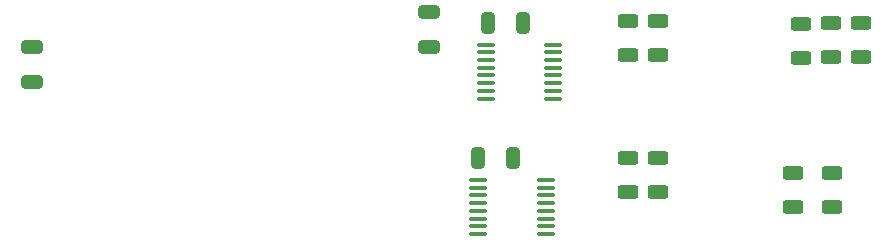
<source format=gbr>
%TF.GenerationSoftware,KiCad,Pcbnew,7.0.8-7.0.8~ubuntu20.04.1*%
%TF.CreationDate,2023-10-10T13:21:00+02:00*%
%TF.ProjectId,alarmclock,616c6172-6d63-46c6-9f63-6b2e6b696361,rev?*%
%TF.SameCoordinates,Original*%
%TF.FileFunction,Paste,Bot*%
%TF.FilePolarity,Positive*%
%FSLAX46Y46*%
G04 Gerber Fmt 4.6, Leading zero omitted, Abs format (unit mm)*
G04 Created by KiCad (PCBNEW 7.0.8-7.0.8~ubuntu20.04.1) date 2023-10-10 13:21:00*
%MOMM*%
%LPD*%
G01*
G04 APERTURE LIST*
G04 Aperture macros list*
%AMRoundRect*
0 Rectangle with rounded corners*
0 $1 Rounding radius*
0 $2 $3 $4 $5 $6 $7 $8 $9 X,Y pos of 4 corners*
0 Add a 4 corners polygon primitive as box body*
4,1,4,$2,$3,$4,$5,$6,$7,$8,$9,$2,$3,0*
0 Add four circle primitives for the rounded corners*
1,1,$1+$1,$2,$3*
1,1,$1+$1,$4,$5*
1,1,$1+$1,$6,$7*
1,1,$1+$1,$8,$9*
0 Add four rect primitives between the rounded corners*
20,1,$1+$1,$2,$3,$4,$5,0*
20,1,$1+$1,$4,$5,$6,$7,0*
20,1,$1+$1,$6,$7,$8,$9,0*
20,1,$1+$1,$8,$9,$2,$3,0*%
G04 Aperture macros list end*
%ADD10RoundRect,0.250000X-0.625000X0.312500X-0.625000X-0.312500X0.625000X-0.312500X0.625000X0.312500X0*%
%ADD11RoundRect,0.250000X-0.325000X-0.650000X0.325000X-0.650000X0.325000X0.650000X-0.325000X0.650000X0*%
%ADD12RoundRect,0.100000X0.637500X0.100000X-0.637500X0.100000X-0.637500X-0.100000X0.637500X-0.100000X0*%
%ADD13RoundRect,0.250000X0.650000X-0.325000X0.650000X0.325000X-0.650000X0.325000X-0.650000X-0.325000X0*%
%ADD14RoundRect,0.250000X-0.650000X0.325000X-0.650000X-0.325000X0.650000X-0.325000X0.650000X0.325000X0*%
G04 APERTURE END LIST*
D10*
%TO.C,R10*%
X130485000Y-86210000D03*
X130485000Y-89135000D03*
%TD*%
D11*
%TO.C,C3*%
X101510000Y-86210000D03*
X104460000Y-86210000D03*
%TD*%
D12*
%TO.C,U2*%
X107000000Y-88070000D03*
X107000000Y-88720000D03*
X107000000Y-89370000D03*
X107000000Y-90020000D03*
X107000000Y-90670000D03*
X107000000Y-91320000D03*
X107000000Y-91970000D03*
X107000000Y-92620000D03*
X101275000Y-92620000D03*
X101275000Y-91970000D03*
X101275000Y-91320000D03*
X101275000Y-90670000D03*
X101275000Y-90020000D03*
X101275000Y-89370000D03*
X101275000Y-88720000D03*
X101275000Y-88070000D03*
%TD*%
D10*
%TO.C,R4*%
X115890000Y-86017500D03*
X115890000Y-88942500D03*
%TD*%
%TO.C,R18*%
X130610000Y-98910000D03*
X130610000Y-101835000D03*
%TD*%
%TO.C,R12*%
X115890000Y-97640000D03*
X115890000Y-100565000D03*
%TD*%
D13*
%TO.C,C1*%
X96520000Y-88265000D03*
X96520000Y-85315000D03*
%TD*%
D10*
%TO.C,R17*%
X127320000Y-98910000D03*
X127320000Y-101835000D03*
%TD*%
D12*
%TO.C,U3*%
X106375000Y-99530000D03*
X106375000Y-100180000D03*
X106375000Y-100830000D03*
X106375000Y-101480000D03*
X106375000Y-102130000D03*
X106375000Y-102780000D03*
X106375000Y-103430000D03*
X106375000Y-104080000D03*
X100650000Y-104080000D03*
X100650000Y-103430000D03*
X100650000Y-102780000D03*
X100650000Y-102130000D03*
X100650000Y-101480000D03*
X100650000Y-100830000D03*
X100650000Y-100180000D03*
X100650000Y-99530000D03*
%TD*%
D10*
%TO.C,R9*%
X113350000Y-97640000D03*
X113350000Y-100565000D03*
%TD*%
%TO.C,R8*%
X127945000Y-86270000D03*
X127945000Y-89195000D03*
%TD*%
D11*
%TO.C,C2*%
X100650000Y-97640000D03*
X103600000Y-97640000D03*
%TD*%
D14*
%TO.C,C9*%
X62865000Y-88265000D03*
X62865000Y-91215000D03*
%TD*%
D10*
%TO.C,R3*%
X113350000Y-86017500D03*
X113350000Y-88942500D03*
%TD*%
%TO.C,R11*%
X133025000Y-86210000D03*
X133025000Y-89135000D03*
%TD*%
M02*

</source>
